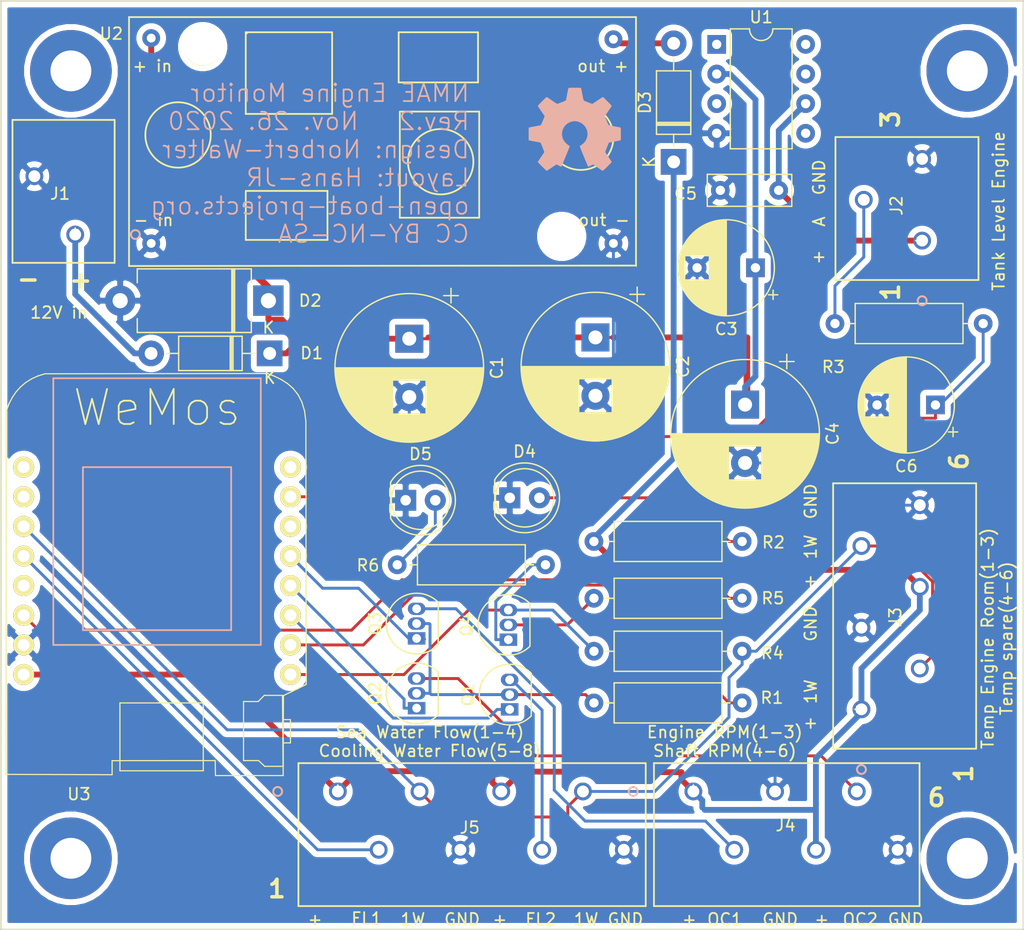
<source format=kicad_pcb>
(kicad_pcb (version 20171130) (host pcbnew "(5.1.5)-3")
  (layers (0 F.Cu signal) (31 B.Cu signal) (34 B.Paste user hide) (35 F.Paste user hide) (36 B.SilkS user) (37 F.SilkS user) (38 B.Mask user) (39 F.Mask user) (44 Edge.Cuts user))
  (net 0 "")
  (net 1 GND)
  (net 2 "Net-(C1-Pad1)")
  (net 3 +5F)
  (net 4 A0)
  (net 5 "Net-(D1-Pad2)")
  (net 6 "Net-(D3-Pad2)")
  (net 7 +5V)
  (net 8 "Net-(D4-Pad2)")
  (net 9 "Net-(D5-Pad2)")
  (net 10 A)
  (net 11 D1)
  (net 12 OC2)
  (net 13 OC1)
  (net 14 FLOW2)
  (net 15 D2)
  (net 16 D7)
  (net 17 "Net-(Q1-Pad2)")
  (net 18 D6)
  (net 19 D5)
  (net 20 "Net-(Q4-Pad1)")
  (net 21 +3V3)
  (net 22 "Net-(Q4-Pad2)")
  (net 23 D8)
  (net 24 D4)
  (module Logo:Logo (layer B.Cu) (at 139.1 61.2 180)
    (fp_text reference G*** hide)
    (fp_text value LOGO hide)
  )
  (module Package_DIP:DIP-8_W7.62mm (layer F.Cu) (at 151.28 53.84)
    (fp_text reference U1 (at 3.81 -2.33) (layer F.SilkS))
    (fp_text value REF02CP)
    (pad 1 thru_hole rect (at 0 0) (size 1.6 1.6) (drill 0.8) (layers *.Cu *.Mask))
    (pad 5 thru_hole oval (at 7.62 7.62) (size 1.6 1.6) (drill 0.8) (layers *.Cu *.Mask))
    (pad 2 thru_hole oval (at 0 2.54) (size 1.6 1.6) (drill 0.8) (layers *.Cu *.Mask) (net 2 "Net-(C1-Pad1)"))
    (pad 6 thru_hole oval (at 7.62 5.08) (size 1.6 1.6) (drill 0.8) (layers *.Cu *.Mask) (net 3 +5F))
    (pad 3 thru_hole oval (at 0 5.08) (size 1.6 1.6) (drill 0.8) (layers *.Cu *.Mask))
    (pad 7 thru_hole oval (at 7.62 2.54) (size 1.6 1.6) (drill 0.8) (layers *.Cu *.Mask))
    (pad 4 thru_hole oval (at 0 7.62) (size 1.6 1.6) (drill 0.8) (layers *.Cu *.Mask) (net 1 GND))
    (pad 8 thru_hole oval (at 7.62 0) (size 1.6 1.6) (drill 0.8) (layers *.Cu *.Mask))
  )
  (module wemos_d1_mini:D1_mini_board (layer F.Cu) (at 103.33 100.24)
    (fp_text reference U3 (at -6.69 17.87) (layer F.SilkS))
    (fp_text value WeMos_mini)
    (fp_text user WeMos (at 0 -15.24) (layer F.SilkS) (effects (font (size 3 3))))
    (pad 8 thru_hole circle (at -11.43 -10.16) (size 1.8 1.8) (drill 1.016) (layers *.Cu *.Mask F.SilkS))
    (pad 7 thru_hole circle (at -11.43 -7.62) (size 1.8 1.8) (drill 1.016) (layers *.Cu *.Mask F.SilkS))
    (pad 6 thru_hole circle (at -11.43 -5.08) (size 1.8 1.8) (drill 1.016) (layers *.Cu *.Mask F.SilkS) (net 11 D1))
    (pad 5 thru_hole circle (at -11.43 -2.54) (size 1.8 1.8) (drill 1.016) (layers *.Cu *.Mask F.SilkS) (net 15 D2))
    (pad 4 thru_hole circle (at -11.43 0) (size 1.8 1.8) (drill 1.016) (layers *.Cu *.Mask F.SilkS))
    (pad 3 thru_hole circle (at -11.43 2.54) (size 1.8 1.8) (drill 1.016) (layers *.Cu *.Mask F.SilkS) (net 24 D4))
    (pad 2 thru_hole circle (at -11.43 5.08) (size 1.8 1.8) (drill 1.016) (layers *.Cu *.Mask F.SilkS) (net 1 GND))
    (pad 1 thru_hole circle (at -11.43 7.62) (size 1.8 1.8) (drill 1.016) (layers *.Cu *.Mask F.SilkS) (net 7 +5V))
    (pad 16 thru_hole circle (at 11.43 7.62) (size 1.8 1.8) (drill 1.016) (layers *.Cu *.Mask F.SilkS) (net 21 +3V3))
    (pad 15 thru_hole circle (at 11.43 5.08) (size 1.8 1.8) (drill 1.016) (layers *.Cu *.Mask F.SilkS) (net 23 D8))
    (pad 14 thru_hole circle (at 11.43 2.54) (size 1.8 1.8) (drill 1.016) (layers *.Cu *.Mask F.SilkS) (net 16 D7))
    (pad 13 thru_hole circle (at 11.43 0) (size 1.8 1.8) (drill 1.016) (layers *.Cu *.Mask F.SilkS) (net 18 D6))
    (pad 12 thru_hole circle (at 11.43 -2.54) (size 1.8 1.8) (drill 1.016) (layers *.Cu *.Mask F.SilkS) (net 19 D5))
    (pad 11 thru_hole circle (at 11.43 -5.08) (size 1.8 1.8) (drill 1.016) (layers *.Cu *.Mask F.SilkS))
    (pad 10 thru_hole circle (at 11.43 -7.62) (size 1.8 1.8) (drill 1.016) (layers *.Cu *.Mask F.SilkS) (net 4 A0))
    (pad 9 thru_hole circle (at 11.43 -10.16) (size 1.8 1.8) (drill 1.016) (layers *.Cu *.Mask F.SilkS))
  )
  (module Diode_THT:D_DO-201_P12.70mm_Horizontal (layer F.Cu) (at 112.87 75.81 180)
    (fp_text reference D2 (at -3.58 0) (layer F.SilkS))
    (fp_text value 1N4728)
    (fp_text user K (at 0 -2.3) (layer F.SilkS))
    (pad 2 thru_hole oval (at 12.7 0 180) (size 2.6 2.6) (drill 1.3) (layers *.Cu *.Mask) (net 1 GND))
    (pad 1 thru_hole rect (at 0 0 180) (size 2.6 2.6) (drill 1.3) (layers *.Cu *.Mask) (net 2 "Net-(C1-Pad1)"))
  )
  (module Capacitor_THT:CP_Radial_D12.5mm_P5.00mm (layer F.Cu) (at 153.71 84.72 270)
    (fp_text reference C4 (at 2.5 -7.5 90) (layer F.SilkS))
    (fp_text value 2200µ)
    (pad 2 thru_hole circle (at 5 0 270) (size 2.4 2.4) (drill 1.2) (layers *.Cu *.Mask) (net 1 GND))
    (pad 1 thru_hole rect (at 0 0 270) (size 2.4 2.4) (drill 1.2) (layers *.Cu *.Mask) (net 2 "Net-(C1-Pad1)"))
  )
  (module Capacitor_THT:CP_Radial_D12.5mm_P5.00mm (layer F.Cu) (at 140.89 78.96 270)
    (fp_text reference C2 (at 2.5 -7.5 90) (layer F.SilkS))
    (fp_text value 2200µ)
    (pad 2 thru_hole circle (at 5 0 270) (size 2.4 2.4) (drill 1.2) (layers *.Cu *.Mask) (net 1 GND))
    (pad 1 thru_hole rect (at 0 0 270) (size 2.4 2.4) (drill 1.2) (layers *.Cu *.Mask) (net 2 "Net-(C1-Pad1)"))
  )
  (module Capacitor_THT:CP_Radial_D12.5mm_P5.00mm (layer F.Cu) (at 124.94 79.07 270)
    (fp_text reference C1 (at 2.5 -7.5 90) (layer F.SilkS))
    (fp_text value 2200µ)
    (pad 2 thru_hole circle (at 5 0 270) (size 2.4 2.4) (drill 1.2) (layers *.Cu *.Mask) (net 1 GND))
    (pad 1 thru_hole rect (at 0 0 270) (size 2.4 2.4) (drill 1.2) (layers *.Cu *.Mask) (net 2 "Net-(C1-Pad1)"))
  )
  (module Converter_DCDC:Converter_DCDC_LM2596S_Modul (layer F.Cu) (at 100.93 51.5)
    (fp_text reference U2 (at -1.52 1.42) (layer F.SilkS))
    (fp_text value "12V / 5V")
    (fp_text user "out -" (at 40.7 17.4) (layer F.SilkS))
    (fp_text user "out +" (at 40.6 4.2) (layer F.SilkS))
    (fp_text user "- in" (at 2.1 17.4) (layer F.SilkS))
    (fp_text user "+ in" (at 2 4.2) (layer F.SilkS))
    (pad 4 thru_hole circle (at 41.5 1.9) (size 1.524 1.524) (drill 0.762) (layers *.Cu *.Mask) (net 6 "Net-(D3-Pad2)"))
    (pad 3 thru_hole circle (at 41.5 19.4) (size 1.524 1.524) (drill 0.762) (layers *.Cu *.Mask) (net 1 GND))
    (pad 1 thru_hole circle (at 1.9 19.4) (size 1.524 1.524) (drill 0.762) (layers *.Cu *.Mask) (net 1 GND))
    (pad 2 thru_hole circle (at 1.9 1.8) (size 1.524 1.524) (drill 0.762) (layers *.Cu *.Mask) (net 2 "Net-(C1-Pad1)"))
  )
  (module Resistor_THT:R_Axial_DIN0309_L9.0mm_D3.2mm_P12.70mm_Horizontal (layer F.Cu) (at 123.91 98.45)
    (fp_text reference R6 (at -2.51 0.05) (layer F.SilkS))
    (fp_text value 80)
    (pad 2 thru_hole oval (at 12.7 0) (size 1.6 1.6) (drill 0.8) (layers *.Cu *.Mask) (net 20 "Net-(Q4-Pad1)"))
    (pad 1 thru_hole circle (at 0 0) (size 1.6 1.6) (drill 0.8) (layers *.Cu *.Mask) (net 9 "Net-(D5-Pad2)"))
  )
  (module Resistor_THT:R_Axial_DIN0309_L9.0mm_D3.2mm_P12.70mm_Horizontal (layer F.Cu) (at 140.76 101.32)
    (fp_text reference R5 (at 15.33 0) (layer F.SilkS))
    (fp_text value 10k)
    (pad 2 thru_hole oval (at 12.7 0) (size 1.6 1.6) (drill 0.8) (layers *.Cu *.Mask) (net 24 D4))
    (pad 1 thru_hole circle (at 0 0) (size 1.6 1.6) (drill 0.8) (layers *.Cu *.Mask) (net 22 "Net-(Q4-Pad2)"))
  )
  (module Resistor_THT:R_Axial_DIN0309_L9.0mm_D3.2mm_P12.70mm_Horizontal (layer F.Cu) (at 140.76 105.86)
    (fp_text reference R4 (at 15.29 0.17) (layer F.SilkS))
    (fp_text value 1k)
    (pad 2 thru_hole oval (at 12.7 0) (size 1.6 1.6) (drill 0.8) (layers *.Cu *.Mask) (net 11 D1))
    (pad 1 thru_hole circle (at 0 0) (size 1.6 1.6) (drill 0.8) (layers *.Cu *.Mask) (net 21 +3V3))
  )
  (module Resistor_THT:R_Axial_DIN0309_L9.0mm_D3.2mm_P12.70mm_Horizontal (layer F.Cu) (at 161.41 77.77)
    (fp_text reference R3 (at -0.14 3.72) (layer F.SilkS))
    (fp_text value 10k)
    (pad 2 thru_hole oval (at 12.7 0) (size 1.6 1.6) (drill 0.8) (layers *.Cu *.Mask) (net 4 A0))
    (pad 1 thru_hole circle (at 0 0) (size 1.6 1.6) (drill 0.8) (layers *.Cu *.Mask) (net 10 A))
  )
  (module Resistor_THT:R_Axial_DIN0309_L9.0mm_D3.2mm_P12.70mm_Horizontal (layer F.Cu) (at 140.76 96.45)
    (fp_text reference R2 (at 15.38 0.08) (layer F.SilkS))
    (fp_text value 160)
    (pad 2 thru_hole oval (at 12.7 0) (size 1.6 1.6) (drill 0.8) (layers *.Cu *.Mask) (net 8 "Net-(D4-Pad2)"))
    (pad 1 thru_hole circle (at 0 0) (size 1.6 1.6) (drill 0.8) (layers *.Cu *.Mask) (net 7 +5V))
  )
  (module Resistor_THT:R_Axial_DIN0309_L9.0mm_D3.2mm_P12.70mm_Horizontal (layer F.Cu) (at 140.76 110.29)
    (fp_text reference R1 (at 15.25 -0.44) (layer F.SilkS))
    (fp_text value 10k)
    (pad 2 thru_hole oval (at 12.7 0) (size 1.6 1.6) (drill 0.8) (layers *.Cu *.Mask) (net 23 D8))
    (pad 1 thru_hole circle (at 0 0) (size 1.6 1.6) (drill 0.8) (layers *.Cu *.Mask) (net 17 "Net-(Q1-Pad2)"))
  )
  (module Package_TO_SOT_THT:TO-92_Inline (layer F.Cu) (at 133.43 104.87 90)
    (fp_text reference Q4 (at 1.27 -3.56 90) (layer F.SilkS))
    (fp_text value BC557)
    (pad 1 thru_hole rect (at 0 0 90) (size 1.05 1.5) (drill 0.75) (layers *.Cu *.Mask) (net 20 "Net-(Q4-Pad1)"))
    (pad 3 thru_hole oval (at 2.54 0 90) (size 1.05 1.5) (drill 0.75) (layers *.Cu *.Mask) (net 21 +3V3))
    (pad 2 thru_hole oval (at 1.27 0 90) (size 1.05 1.5) (drill 0.75) (layers *.Cu *.Mask) (net 22 "Net-(Q4-Pad2)"))
  )
  (module Package_TO_SOT_THT:TO-92_Inline (layer F.Cu) (at 125.57 104.76 90)
    (fp_text reference Q3 (at 1.27 -3.56 90) (layer F.SilkS))
    (fp_text value BC237)
    (pad 1 thru_hole rect (at 0 0 90) (size 1.05 1.5) (drill 0.75) (layers *.Cu *.Mask) (net 19 D5))
    (pad 3 thru_hole oval (at 2.54 0 90) (size 1.05 1.5) (drill 0.75) (layers *.Cu *.Mask) (net 13 OC1))
    (pad 2 thru_hole oval (at 1.27 0 90) (size 1.05 1.5) (drill 0.75) (layers *.Cu *.Mask) (net 17 "Net-(Q1-Pad2)"))
  )
  (module Package_TO_SOT_THT:TO-92_Inline (layer F.Cu) (at 125.57 110.74 90)
    (fp_text reference Q2 (at 1.27 -3.56 90) (layer F.SilkS))
    (fp_text value BC237)
    (pad 1 thru_hole rect (at 0 0 90) (size 1.05 1.5) (drill 0.75) (layers *.Cu *.Mask) (net 18 D6))
    (pad 3 thru_hole oval (at 2.54 0 90) (size 1.05 1.5) (drill 0.75) (layers *.Cu *.Mask) (net 12 OC2))
    (pad 2 thru_hole oval (at 1.27 0 90) (size 1.05 1.5) (drill 0.75) (layers *.Cu *.Mask) (net 17 "Net-(Q1-Pad2)"))
  )
  (module Package_TO_SOT_THT:TO-92_Inline (layer F.Cu) (at 133.54 110.85 90)
    (fp_text reference Q1 (at 1.27 -3.56 90) (layer F.SilkS))
    (fp_text value BC237)
    (pad 1 thru_hole rect (at 0 0 90) (size 1.05 1.5) (drill 0.75) (layers *.Cu *.Mask) (net 16 D7))
    (pad 3 thru_hole oval (at 2.54 0 90) (size 1.05 1.5) (drill 0.75) (layers *.Cu *.Mask) (net 14 FLOW2))
    (pad 2 thru_hole oval (at 1.27 0 90) (size 1.05 1.5) (drill 0.75) (layers *.Cu *.Mask) (net 17 "Net-(Q1-Pad2)"))
  )
  (module LED_THT:LED_D5.0mm (layer F.Cu) (at 124.63 92.92)
    (fp_text reference D5 (at 1.27 -3.96) (layer F.SilkS))
    (fp_text value red)
    (pad 2 thru_hole circle (at 2.54 0) (size 1.8 1.8) (drill 0.9) (layers *.Cu *.Mask) (net 9 "Net-(D5-Pad2)"))
    (pad 1 thru_hole rect (at 0 0) (size 1.8 1.8) (drill 0.9) (layers *.Cu *.Mask) (net 1 GND))
  )
  (module LED_THT:LED_D5.0mm (layer F.Cu) (at 133.55 92.71)
    (fp_text reference D4 (at 1.27 -3.96) (layer F.SilkS))
    (fp_text value green)
    (pad 2 thru_hole circle (at 2.54 0) (size 1.8 1.8) (drill 0.9) (layers *.Cu *.Mask) (net 8 "Net-(D4-Pad2)"))
    (pad 1 thru_hole rect (at 0 0) (size 1.8 1.8) (drill 0.9) (layers *.Cu *.Mask) (net 1 GND))
  )
  (module Diode_THT:D_DO-41_SOD81_P10.16mm_Horizontal (layer F.Cu) (at 147.59 63.91 90)
    (fp_text reference D3 (at 5.08 -2.47 90) (layer F.SilkS))
    (fp_text value 1N4007)
    (fp_text user K (at 0 -2.1 90) (layer F.SilkS))
    (pad 2 thru_hole oval (at 10.16 0 90) (size 2.2 2.2) (drill 1.1) (layers *.Cu *.Mask) (net 6 "Net-(D3-Pad2)"))
    (pad 1 thru_hole rect (at 0 0 90) (size 2.2 2.2) (drill 1.1) (layers *.Cu *.Mask) (net 7 +5V))
  )
  (module Diode_THT:D_DO-41_SOD81_P10.16mm_Horizontal (layer F.Cu) (at 112.98 80.33 180)
    (fp_text reference D1 (at -3.6 0.02) (layer F.SilkS))
    (fp_text value 1N4007)
    (fp_text user K (at 0 -2.1) (layer F.SilkS))
    (pad 2 thru_hole oval (at 10.16 0 180) (size 2.2 2.2) (drill 1.1) (layers *.Cu *.Mask) (net 5 "Net-(D1-Pad2)"))
    (pad 1 thru_hole rect (at 0 0 180) (size 2.2 2.2) (drill 1.1) (layers *.Cu *.Mask) (net 2 "Net-(C1-Pad1)"))
  )
  (module Capacitor_THT:CP_Radial_D8.0mm_P5.00mm (layer F.Cu) (at 170.02 84.75 180)
    (fp_text reference C6 (at 2.5 -5.25) (layer F.SilkS))
    (fp_text value 220µ)
    (pad 2 thru_hole circle (at 5 0 180) (size 1.6 1.6) (drill 0.8) (layers *.Cu *.Mask) (net 1 GND))
    (pad 1 thru_hole rect (at 0 0 180) (size 1.6 1.6) (drill 0.8) (layers *.Cu *.Mask) (net 4 A0))
  )
  (module Capacitor_THT:C_Rect_L7.0mm_W2.5mm_P5.00mm (layer F.Cu) (at 156.59 66.35 180)
    (fp_text reference C5 (at 7.98 -0.29) (layer F.SilkS))
    (fp_text value 100nf)
    (pad 2 thru_hole circle (at 5 0 180) (size 1.6 1.6) (drill 0.8) (layers *.Cu *.Mask) (net 1 GND))
    (pad 1 thru_hole circle (at 0 0 180) (size 1.6 1.6) (drill 0.8) (layers *.Cu *.Mask) (net 3 +5F))
  )
  (module Capacitor_THT:CP_Radial_D8.0mm_P5.00mm (layer F.Cu) (at 154.6 72.99 180)
    (fp_text reference C3 (at 2.5 -5.25) (layer F.SilkS))
    (fp_text value 220µ)
    (pad 2 thru_hole circle (at 5 0 180) (size 1.6 1.6) (drill 0.8) (layers *.Cu *.Mask) (net 1 GND))
    (pad 1 thru_hole rect (at 0 0 180) (size 1.6 1.6) (drill 0.8) (layers *.Cu *.Mask) (net 2 "Net-(C1-Pad1)"))
  )
  (module MountingHole:MountingHole_3.2mm_M3 (layer F.Cu) (at 107.24 54.03)
    (fp_text reference H1 hide)
    (fp_text value MountingHole)
    (pad 1 np_thru_hole circle (at 0 0) (size 3.2 3.2) (drill 3.2) (layers *.Cu *.Mask))
  )
  (module MountingHole:MountingHole_3.2mm_M3 (layer F.Cu) (at 138 70.3)
    (fp_text reference H2 hide)
    (fp_text value MountingHole)
    (pad 1 np_thru_hole circle (at 0 0) (size 3.2 3.2) (drill 3.2) (layers *.Cu *.Mask))
  )
  (module MountingHole:MountingHole_3.5mm_Pad (layer F.Cu) (at 95.95 56.11)
    (fp_text reference H3 hide)
    (fp_text value MountingHole)
    (pad 1 thru_hole circle (at 0 0) (size 7 7) (drill 3.5) (layers *.Cu *.Mask))
  )
  (module MountingHole:MountingHole_3.5mm_Pad (layer F.Cu) (at 95.95 123.61)
    (fp_text reference H4 hide)
    (fp_text value MountingHole)
    (pad 1 thru_hole circle (at 0 0) (size 7 7) (drill 3.5) (layers *.Cu *.Mask))
  )
  (module MountingHole:MountingHole_3.5mm_Pad (layer F.Cu) (at 172.75 56.11)
    (fp_text reference H5 hide)
    (fp_text value MountingHole)
    (pad 1 thru_hole circle (at 0 0) (size 7 7) (drill 3.5) (layers *.Cu *.Mask))
  )
  (module MountingHole:MountingHole_3.5mm_Pad (layer F.Cu) (at 172.75 123.61)
    (fp_text reference H6 hide)
    (fp_text value MountingHole)
    (pad 1 thru_hole circle (at 0 0) (size 7 7) (drill 3.5) (layers *.Cu *.Mask))
  )
  (module Connector_Wago250:250-202 (layer F.Cu) (at 96.32 70.14 180)
    (fp_text reference J1 (at 1.3 3.5) (layer F.SilkS))
    (fp_text value "12V in" (at 1.4 -6.69) (layer F.SilkS))
    (fp_text user * (at 0 0) (layer F.SilkS))
    (pad 1 thru_hole circle (at -0.000001 0 180) (size 1.524 1.524) (drill 1.016) (layers *.Cu *.Mask) (net 5 "Net-(D1-Pad2)"))
    (pad 2 thru_hole circle (at 3.500002 5 180) (size 1.524 1.524) (drill 1.016) (layers *.Cu *.Mask) (net 1 GND))
  )
  (module Connector_Wago250:250-203 (layer F.Cu) (at 168.88 70.66 90)
    (fp_text reference J2 (at 3 -2.2 90) (layer F.SilkS))
    (fp_text value "Tank Level Engine" (at 2.53 6.55 90) (layer F.SilkS))
    (fp_text user * (at 0 0 90) (layer F.SilkS))
    (pad 1 thru_hole circle (at 0 0 90) (size 1.524 1.524) (drill 1.016) (layers *.Cu *.Mask) (net 3 +5F))
    (pad 2 thru_hole circle (at 3.500001 -5 90) (size 1.524 1.524) (drill 1.016) (layers *.Cu *.Mask) (net 10 A))
    (pad 3 thru_hole circle (at 7.000001 0 90) (size 1.524 1.524) (drill 1.016) (layers *.Cu *.Mask) (net 1 GND))
  )
  (module Connector_Wago250:250-206 (layer F.Cu) (at 163.68 110.84 90)
    (fp_text reference J3 (at 7.9 2.9 90) (layer F.SilkS))
    (fp_text value "Temp Engine Room (1-3) Temp Spare (4-6)" hide)
    (fp_text user * (at 0 0 90) (layer F.SilkS))
    (pad 1 thru_hole circle (at 0 0 90) (size 1.524 1.524) (drill 1.016) (layers *.Cu *.Mask) (net 7 +5V))
    (pad 2 thru_hole circle (at 3.500003 5 90) (size 1.524 1.524) (drill 1.016) (layers *.Cu *.Mask) (net 11 D1))
    (pad 3 thru_hole circle (at 7.000003 0 90) (size 1.524 1.524) (drill 1.016) (layers *.Cu *.Mask) (net 1 GND))
    (pad 4 thru_hole circle (at 10.500004 5 90) (size 1.524 1.524) (drill 1.016) (layers *.Cu *.Mask) (net 7 +5V))
    (pad 5 thru_hole circle (at 14.000005 0 90) (size 1.524 1.524) (drill 1.016) (layers *.Cu *.Mask) (net 11 D1))
    (pad 6 thru_hole circle (at 17.500005 5 90) (size 1.524 1.524) (drill 1.016) (layers *.Cu *.Mask) (net 1 GND))
  )
  (module Connector_Wago250:250-206 (layer F.Cu) (at 149.28 117.88)
    (fp_text reference J4 (at 7.9 2.9) (layer F.SilkS))
    (fp_text value "Engine RPM (1-3) Shaft RPM (4-6)" hide)
    (fp_text user * (at 0 0) (layer F.SilkS))
    (pad 6 thru_hole circle (at 17.500005 5) (size 1.524 1.524) (drill 1.016) (layers *.Cu *.Mask) (net 1 GND))
    (pad 5 thru_hole circle (at 14.000005 0) (size 1.524 1.524) (drill 1.016) (layers *.Cu *.Mask) (net 12 OC2))
    (pad 4 thru_hole circle (at 10.500004 5) (size 1.524 1.524) (drill 1.016) (layers *.Cu *.Mask) (net 7 +5V))
    (pad 3 thru_hole circle (at 7.000003 0) (size 1.524 1.524) (drill 1.016) (layers *.Cu *.Mask) (net 1 GND))
    (pad 2 thru_hole circle (at 3.500003 5) (size 1.524 1.524) (drill 1.016) (layers *.Cu *.Mask) (net 13 OC1))
    (pad 1 thru_hole circle (at 0 0) (size 1.524 1.524) (drill 1.016) (layers *.Cu *.Mask) (net 7 +5V))
  )
  (module Connector_Wago250:250-208 (layer F.Cu) (at 118.82 117.88)
    (fp_text reference J5 (at 11.3 3.1) (layer F.SilkS))
    (fp_text value "Sea Water Flow (1-4) Cooling Water Flow (5-8)" hide)
    (fp_text user * (at 0 0) (layer F.SilkS))
    (pad 1 thru_hole circle (at 0 0) (size 1.524 1.524) (drill 1.016) (layers *.Cu *.Mask) (net 7 +5V))
    (pad 2 thru_hole circle (at 3.500001 5) (size 1.524 1.524) (drill 1.016) (layers *.Cu *.Mask) (net 15 D2))
    (pad 3 thru_hole circle (at 7.000002 0) (size 1.524 1.524) (drill 1.016) (layers *.Cu *.Mask) (net 11 D1))
    (pad 4 thru_hole circle (at 10.500002 5) (size 1.524 1.524) (drill 1.016) (layers *.Cu *.Mask) (net 1 GND))
    (pad 5 thru_hole circle (at 14.000003 0) (size 1.524 1.524) (drill 1.016) (layers *.Cu *.Mask) (net 7 +5V))
    (pad 6 thru_hole circle (at 17.500003 5) (size 1.524 1.524) (drill 1.016) (layers *.Cu *.Mask) (net 14 FLOW2))
    (pad 7 thru_hole circle (at 21.000004 0) (size 1.524 1.524) (drill 1.016) (layers *.Cu *.Mask) (net 11 D1))
    (pad 8 thru_hole circle (at 24.500005 5) (size 1.524 1.524) (drill 1.016) (layers *.Cu *.Mask) (net 1 GND))
  )
  (gr_line (start 89.95 50.11) (end 177.55 50.11) (layer Edge.Cuts) (width 0.1))
  (gr_line (start 89.95 50.11) (end 177.55 50.11) (layer F.SilkS) (width 0.15))
  (gr_line (start 177.55 50.11) (end 177.55 129.71) (layer Edge.Cuts) (width 0.1))
  (gr_line (start 177.55 50.11) (end 177.55 129.71) (layer F.SilkS) (width 0.15))
  (gr_line (start 177.55 129.71) (end 89.95 129.71) (layer F.SilkS) (width 0.15))
  (gr_line (start 89.95 129.71) (end 89.95 50.11) (layer F.SilkS) (width 0.15))
  (gr_line (start 177.55 129.71) (end 89.95 129.71) (layer Edge.Cuts) (width 0.1))
  (gr_line (start 89.95 129.71) (end 89.95 50.11) (layer Edge.Cuts) (width 0.1))
  (gr_text "NMAE Engine Monitor \nRev.2   Nov. 26. 2020\nDesign: Norbert-Walter\nLayout: Hans-JR\nopen-boat-projects.org\nCC BY-NC-SA" (at 130.2 64.05) (layer B.SilkS) (effects (font (size 1.5 1.5)) (justify left mirror)))
  (gr_text A (at 160.05 69.03 90) (layer F.SilkS) (effects (font (size 1 1))))
  (gr_text 1W (at 159.33 96.91 90) (layer F.SilkS) (effects (font (size 1 1))))
  (gr_text 1W (at 159.33 109.32 90) (layer F.SilkS) (effects (font (size 1 1))))
  (gr_text OC2 (at 163.58 128.84) (layer F.SilkS) (effects (font (size 1 1))))
  (gr_text OC1 (at 151.97 128.84) (layer F.SilkS) (effects (font (size 1 1))))
  (gr_text 1W (at 140.09 128.84) (layer F.SilkS) (effects (font (size 1 1))))
  (gr_text 1W (at 125.25 128.84) (layer F.SilkS) (effects (font (size 1 1))))
  (gr_text FL2 (at 136.2 128.84) (layer F.SilkS) (effects (font (size 1 1))))
  (gr_text FL1 (at 121.29 128.77) (layer F.SilkS) (effects (font (size 1 1))))
  (gr_text GND (at 159.33 93.02 90) (layer F.SilkS) (effects (font (size 1 1))))
  (gr_text GND (at 159.33 103.51 90) (layer F.SilkS) (effects (font (size 1 1))))
  (gr_text GND (at 160.05 65.24 90) (layer F.SilkS) (effects (font (size 1 1))))
  (gr_text GND (at 167.47 128.84) (layer F.SilkS) (effects (font (size 1 1))))
  (gr_text GND (at 156.72 128.84) (layer F.SilkS) (effects (font (size 1 1))))
  (gr_text GND (at 143.46 128.84) (layer F.SilkS) (effects (font (size 1 1))))
  (gr_text GND (at 129.47 128.84) (layer F.SilkS) (effects (font (size 1 1))))
  (gr_text + (at 160.05 72.01) (layer F.SilkS) (effects (font (size 1 1))))
  (gr_text + (at 159.33 99.81) (layer F.SilkS) (effects (font (size 1 1))))
  (gr_text + (at 159.33 111.98) (layer F.SilkS) (effects (font (size 1 1))))
  (gr_text + (at 160.28 128.84) (layer F.SilkS) (effects (font (size 1 1))))
  (gr_text + (at 148.93 128.84) (layer F.SilkS) (effects (font (size 1 1))))
  (gr_text + (at 132.7 128.84) (layer F.SilkS) (effects (font (size 1 1))))
  (gr_text + (at 116.87 128.84) (layer F.SilkS) (effects (font (size 1 1))))
  (gr_text "Temp Engine Room(1-3)\nTemp spare(4-6)" (at 175.3 104.76 90) (layer F.SilkS) (effects (font (size 1 1))))
  (gr_text "Engine RPM(1-3)\nShaft RPM(4-6)" (at 151.97 113.6) (layer F.SilkS) (effects (font (size 1 1))))
  (gr_text "Sea Water Flow(1-4)\nCooling Water Flow(5-8)" (at 126.7 113.6) (layer F.SilkS) (effects (font (size 1 1))))
  (gr_text 3 (at 166.17 60.26 90) (layer F.SilkS) (effects (font (size 1.5 1.5) (thickness 0.3))))
  (gr_text 1 (at 166.17 75.08 90) (layer F.SilkS) (effects (font (size 1.5 1.5) (thickness 0.3))))
  (gr_text 6 (at 172.05 89.58 90) (layer F.SilkS) (effects (font (size 1.5 1.5) (thickness 0.3))))
  (gr_text 1 (at 172.44 116.35 90) (layer F.SilkS) (effects (font (size 1.5 1.5) (thickness 0.3))))
  (gr_text 6 (at 170.11 118.41) (layer F.SilkS) (effects (font (size 1.5 1.5) (thickness 0.3))))
  (gr_text 1 (at 113.6 126.23) (layer F.SilkS) (effects (font (size 1.5 1.5) (thickness 0.3))))
  (gr_text - (at 92.3 73.93) (layer F.SilkS) (effects (font (size 1.5 1.5) (thickness 0.3))))
  (gr_text + (at 96.8 74.02) (layer F.SilkS) (effects (font (size 1.5 1.5) (thickness 0.3))))
  (segment (start 124.8361 83.9661) (end 124.94 84.07) (width 0.25) (layer F.Cu) (net 1))
  (segment (start 156.28 117.88) (end 156.28 111.24) (width 0.25) (layer B.Cu) (net 1))
  (segment (start 156.28 111.24) (end 163.68 103.84) (width 0.25) (layer B.Cu) (net 1))
  (segment (start 166.6012 93.34) (end 166.6012 100.9188) (width 0.25) (layer B.Cu) (net 1))
  (segment (start 166.6012 100.9188) (end 163.68 103.84) (width 0.25) (layer B.Cu) (net 1))
  (segment (start 165.02 91.7588) (end 166.6012 93.34) (width 0.25) (layer B.Cu) (net 1))
  (segment (start 168.68 93.34) (end 166.6012 93.34) (width 0.25) (layer B.Cu) (net 1))
  (segment (start 102.83 71.005) (end 102.83 71.11) (width 0.25) (layer F.Cu) (net 1))
  (segment (start 102.83 71.11) (end 102.71 71.23) (width 0.25) (layer F.Cu) (net 1))
  (segment (start 102.83 70.9) (end 102.83 71.005) (width 0.25) (layer F.Cu) (net 1))
  (segment (start 124.94 91.2041) (end 124.94 84.07) (width 0.25) (layer B.Cu) (net 1))
  (segment (start 124.63 92.92) (end 124.63 91.6947) (width 0.25) (layer B.Cu) (net 1))
  (segment (start 124.63 91.6947) (end 124.94 91.3847) (width 0.25) (layer B.Cu) (net 1))
  (segment (start 124.94 91.3847) (end 124.94 91.2041) (width 0.25) (layer B.Cu) (net 1))
  (segment (start 140.89 83.96) (end 133.55 91.3) (width 0.25) (layer B.Cu) (net 1))
  (segment (start 133.55 91.3) (end 133.55 92.71) (width 0.25) (layer B.Cu) (net 1))
  (segment (start 142.43 70.9) (end 142.43 82.42) (width 0.25) (layer B.Cu) (net 1))
  (segment (start 142.43 82.42) (end 140.89 83.96) (width 0.25) (layer B.Cu) (net 1))
  (segment (start 149.6 72.99) (end 149.6 85.61) (width 0.25) (layer B.Cu) (net 1))
  (segment (start 149.6 85.61) (end 153.71 89.72) (width 0.25) (layer B.Cu) (net 1))
  (segment (start 100.17 75.81) (end 101.296 75.81) (width 0.25) (layer B.Cu) (net 1))
  (segment (start 124.94 91.2041) (end 130.819 91.2041) (width 0.25) (layer B.Cu) (net 1))
  (segment (start 130.819 91.2041) (end 132.325 92.71) (width 0.25) (layer B.Cu) (net 1))
  (segment (start 132.325 92.71) (end 133.55 92.71) (width 0.25) (layer B.Cu) (net 1))
  (segment (start 164.85 89.72) (end 164.98 89.85) (width 0.25) (layer B.Cu) (net 1))
  (segment (start 153.71 89.72) (end 164.85 89.72) (width 0.25) (layer B.Cu) (net 1))
  (segment (start 165.02 84.75) (end 164.98 89.85) (width 0.25) (layer B.Cu) (net 1))
  (segment (start 164.98 89.85) (end 165.02 91.7588) (width 0.25) (layer B.Cu) (net 1))
  (segment (start 112.87 75.81) (end 112.87 77.4353) (width 0.5) (layer F.Cu) (net 2))
  (segment (start 115.665 79.07) (end 114.0303 77.4353) (width 0.5) (layer F.Cu) (net 2))
  (segment (start 114.0303 77.4353) (end 112.87 77.4353) (width 0.5) (layer F.Cu) (net 2))
  (segment (start 115.665 79.07) (end 114.4053 80.3297) (width 0.5) (layer F.Cu) (net 2))
  (segment (start 114.4053 80.3297) (end 114.4053 80.33) (width 0.25) (layer F.Cu) (net 2))
  (segment (start 112.98 80.33) (end 114.4053 80.33) (width 0.5) (layer F.Cu) (net 2))
  (segment (start 124.94 79.07) (end 115.665 79.07) (width 0.5) (layer F.Cu) (net 2))
  (segment (start 151.28 56.38) (end 152.411 56.38) (width 0.5) (layer B.Cu) (net 2))
  (segment (start 152.411 56.38) (end 154.6 58.5686) (width 0.5) (layer B.Cu) (net 2))
  (segment (start 154.6 58.5686) (end 154.6 72.99) (width 0.5) (layer B.Cu) (net 2))
  (segment (start 140.89 78.96) (end 142.415 78.96) (width 0.25) (layer F.Cu) (net 2))
  (segment (start 112.87 75.81) (end 112.87 74.6847) (width 0.25) (layer F.Cu) (net 2))
  (segment (start 112.87 74.6847) (end 102.83 64.6447) (width 0.6) (layer F.Cu) (net 2))
  (segment (start 102.83 64.6447) (end 102.83 53.3) (width 0.5) (layer F.Cu) (net 2))
  (segment (start 140.89 78.96) (end 126.575 78.96) (width 0.5) (layer F.Cu) (net 2))
  (segment (start 126.575 78.96) (end 126.465 79.07) (width 0.25) (layer F.Cu) (net 2))
  (segment (start 126.465 79.07) (end 124.94 79.07) (width 0.25) (layer F.Cu) (net 2))
  (segment (start 112.87 80.22) (end 112.98 80.33) (width 0.25) (layer B.Cu) (net 2))
  (segment (start 153.9 82.1323) (end 153.71 82.3223) (width 0.25) (layer F.Cu) (net 2))
  (segment (start 153.71 82.3223) (end 153.71 84.72) (width 0.25) (layer F.Cu) (net 2))
  (segment (start 154.6 72.99) (end 154.6 82.3047) (width 0.5) (layer B.Cu) (net 2))
  (segment (start 154.6 82.3047) (end 153.71 83.1947) (width 0.5) (layer B.Cu) (net 2))
  (segment (start 153.71 83.1947) (end 153.71 84.72) (width 0.5) (layer B.Cu) (net 2))
  (segment (start 153.9 85.3047) (end 153.9 82.1323) (width 0.5) (layer F.Cu) (net 2))
  (segment (start 153.9 82.1323) (end 153.9 78.96) (width 0.5) (layer F.Cu) (net 2))
  (segment (start 153.9 78.96) (end 142.415 78.96) (width 0.5) (layer F.Cu) (net 2))
  (segment (start 156.6 65.2086) (end 156.6 61.22) (width 0.5) (layer B.Cu) (net 3))
  (segment (start 156.6 61.22) (end 158.9 58.92) (width 0.5) (layer B.Cu) (net 3))
  (segment (start 156.59 66.35) (end 156.59 65.2186) (width 0.5) (layer B.Cu) (net 3))
  (segment (start 156.59 65.2186) (end 156.6 65.2086) (width 0.25) (layer B.Cu) (net 3))
  (segment (start 168.88 70.66) (end 160.9 70.66) (width 0.5) (layer F.Cu) (net 3))
  (segment (start 160.9 70.66) (end 156.59 66.35) (width 0.5) (layer F.Cu) (net 3))
  (segment (start 170.2024 84.9323) (end 172.94 82.1947) (width 0.25) (layer B.Cu) (net 4))
  (segment (start 170.02 84.75) (end 170.0201 84.75) (width 0.25) (layer B.Cu) (net 4))
  (segment (start 170.0201 84.75) (end 170.2024 84.9323) (width 0.25) (layer B.Cu) (net 4))
  (segment (start 127.2525 87.4575) (end 122.09 92.62) (width 0.25) (layer F.Cu) (net 4))
  (segment (start 122.09 92.62) (end 114.76 92.62) (width 0.25) (layer F.Cu) (net 4))
  (segment (start 172.94 82.1947) (end 174.11 81.0247) (width 0.25) (layer B.Cu) (net 4))
  (segment (start 174.11 81.0247) (end 174.11 77.77) (width 0.25) (layer B.Cu) (net 4))
  (segment (start 170.0102 85.8851) (end 170.02 85.8753) (width 0.25) (layer F.Cu) (net 4))
  (segment (start 170.02 85.8753) (end 170.02 84.75) (width 0.25) (layer F.Cu) (net 4))
  (segment (start 155.566 85.8851) (end 170.0102 85.8851) (width 0.25) (layer F.Cu) (net 4))
  (segment (start 127.2525 87.4575) (end 153.994 87.4575) (width 0.25) (layer F.Cu) (net 4))
  (segment (start 153.994 87.4575) (end 155.566 85.8851) (width 0.25) (layer F.Cu) (net 4))
  (segment (start 102.82 80.33) (end 101.3947 80.33) (width 0.5) (layer B.Cu) (net 5))
  (segment (start 96.32 70.14) (end 96.32 75.2553) (width 0.5) (layer B.Cu) (net 5))
  (segment (start 96.32 75.2553) (end 101.3947 80.33) (width 0.5) (layer B.Cu) (net 5))
  (segment (start 147.59 53.75) (end 142.78 53.75) (width 0.5) (layer F.Cu) (net 6))
  (segment (start 142.78 53.75) (end 142.43 53.4) (width 0.25) (layer F.Cu) (net 6))
  (segment (start 159.78 118.9723) (end 159.78 122.88) (width 0.5) (layer B.Cu) (net 7))
  (segment (start 163.68 111.13) (end 159.78 115.03) (width 0.5) (layer B.Cu) (net 7))
  (segment (start 159.78 115.03) (end 159.78 118.9723) (width 0.5) (layer B.Cu) (net 7))
  (segment (start 150.25 119.46) (end 159.6577 119.46) (width 0.5) (layer B.Cu) (net 7))
  (segment (start 163.68 111.13) (end 163.68 110.84) (width 0.25) (layer B.Cu) (net 7))
  (segment (start 118.82 117.88) (end 108.8 107.86) (width 0.5) (layer F.Cu) (net 7))
  (segment (start 108.8 107.86) (end 91.9 107.86) (width 0.5) (layer F.Cu) (net 7))
  (segment (start 147.59 89.3109) (end 140.76 96.1409) (width 0.5) (layer B.Cu) (net 7))
  (segment (start 140.76 96.1409) (end 140.76 96.27) (width 0.25) (layer B.Cu) (net 7))
  (segment (start 147.59 63.91) (end 147.59 89.3109) (width 0.5) (layer B.Cu) (net 7))
  (segment (start 140.76 96.45) (end 143.195 98.885) (width 0.5) (layer F.Cu) (net 7))
  (segment (start 143.195 98.885) (end 167.225 98.885) (width 0.5) (layer F.Cu) (net 7))
  (segment (start 167.225 98.885) (end 168.68 100.34) (width 0.5) (layer F.Cu) (net 7))
  (segment (start 163.68 110.84) (end 163.68 107.34) (width 0.5) (layer B.Cu) (net 7))
  (segment (start 163.68 107.34) (end 168.68 102.34) (width 0.5) (layer B.Cu) (net 7))
  (segment (start 168.68 102.34) (end 168.68 100.34) (width 0.5) (layer B.Cu) (net 7))
  (segment (start 140.76 96.27) (end 140.76 96.45) (width 0.25) (layer B.Cu) (net 7))
  (segment (start 118.82 117.88) (end 119.85 116.85) (width 0.5) (layer F.Cu) (net 7))
  (segment (start 119.85 116.85) (end 119.85 116.13) (width 0.5) (layer F.Cu) (net 7))
  (segment (start 119.9108 116.17) (end 119.85 116.13) (width 0.5) (layer F.Cu) (net 7))
  (segment (start 119.85 116.13) (end 131.7292 116.17) (width 0.5) (layer F.Cu) (net 7))
  (segment (start 132.058004 116.498804) (end 131.7292 116.17) (width 0.5) (layer F.Cu) (net 7))
  (segment (start 132.058004 117.118001) (end 132.058004 116.498804) (width 0.5) (layer F.Cu) (net 7))
  (segment (start 132.820003 117.88) (end 132.058004 117.118001) (width 0.5) (layer F.Cu) (net 7))
  (segment (start 133.78 116.920003) (end 133.78 116.17) (width 0.5) (layer F.Cu) (net 7))
  (segment (start 132.820003 117.88) (end 133.78 116.920003) (width 0.5) (layer F.Cu) (net 7))
  (segment (start 148.2552 116.23) (end 133.78 116.17) (width 0.5) (layer F.Cu) (net 7))
  (segment (start 133.78 116.17) (end 133.97 116.23) (width 0.5) (layer F.Cu) (net 7))
  (segment (start 148.2552 116.8552) (end 148.2552 116.23) (width 0.5) (layer F.Cu) (net 7))
  (segment (start 149.28 117.88) (end 148.2552 116.8552) (width 0.5) (layer F.Cu) (net 7))
  (segment (start 150.041999 119.251999) (end 150.25 119.46) (width 0.25) (layer B.Cu) (net 7))
  (segment (start 150.041999 118.641999) (end 150.041999 119.251999) (width 0.5) (layer B.Cu) (net 7))
  (segment (start 149.28 117.88) (end 150.041999 118.641999) (width 0.5) (layer B.Cu) (net 7))
  (segment (start 136.09 92.71) (end 148.595 92.71) (width 0.25) (layer F.Cu) (net 8))
  (segment (start 148.595 92.71) (end 152.335 96.45) (width 0.25) (layer F.Cu) (net 8))
  (segment (start 152.335 96.45) (end 153.46 96.45) (width 0.25) (layer F.Cu) (net 8))
  (segment (start 127.17 92.92) (end 127.17 95.19) (width 0.25) (layer B.Cu) (net 9))
  (segment (start 127.17 95.19) (end 123.91 98.45) (width 0.25) (layer B.Cu) (net 9))
  (segment (start 163.88 72.075) (end 161.41 74.545) (width 0.25) (layer B.Cu) (net 10))
  (segment (start 161.41 74.545) (end 161.41 77.77) (width 0.25) (layer B.Cu) (net 10))
  (segment (start 163.88 68.16) (end 163.88 72.075) (width 0.25) (layer B.Cu) (net 10))
  (segment (start 163.88 68.16) (end 163.88 67.16) (width 0.25) (layer B.Cu) (net 10))
  (segment (start 163.68 96.84) (end 166.7217 96.84) (width 0.25) (layer F.Cu) (net 11))
  (segment (start 166.7217 96.84) (end 169.7734 99.8917) (width 0.25) (layer F.Cu) (net 11))
  (segment (start 169.7734 99.8917) (end 169.7734 106.2466) (width 0.25) (layer F.Cu) (net 11))
  (segment (start 169.7734 106.2466) (end 168.68 107.34) (width 0.25) (layer F.Cu) (net 11))
  (segment (start 138.52 120.07) (end 126.7144 120.07) (width 0.25) (layer F.Cu) (net 11))
  (segment (start 125.82 117.88) (end 120.5373 112.5973) (width 0.25) (layer B.Cu) (net 11))
  (segment (start 120.5373 112.5973) (end 109.3373 112.5973) (width 0.25) (layer B.Cu) (net 11))
  (segment (start 109.3373 112.5973) (end 91.9 95.16) (width 0.25) (layer B.Cu) (net 11))
  (segment (start 163.68 96.84) (end 154.66 105.86) (width 0.25) (layer B.Cu) (net 11))
  (segment (start 154.66 105.86) (end 153.46 105.86) (width 0.25) (layer B.Cu) (net 11))
  (segment (start 139.82 117.88) (end 145.971 117.88) (width 0.25) (layer B.Cu) (net 11))
  (segment (start 145.971 117.88) (end 152.335 111.516) (width 0.25) (layer B.Cu) (net 11))
  (segment (start 153.46 105.86) (end 153.46 106.985) (width 0.25) (layer B.Cu) (net 11))
  (segment (start 153.46 106.985) (end 152.335 108.111) (width 0.25) (layer B.Cu) (net 11))
  (segment (start 152.335 108.111) (end 152.335 111.516) (width 0.25) (layer B.Cu) (net 11))
  (segment (start 138.52 119.180004) (end 139.820004 117.88) (width 0.25) (layer F.Cu) (net 11))
  (segment (start 138.52 120.07) (end 138.52 119.180004) (width 0.25) (layer F.Cu) (net 11))
  (segment (start 126.7144 118.774398) (end 125.820002 117.88) (width 0.25) (layer F.Cu) (net 11))
  (segment (start 126.7144 120.07) (end 126.7144 118.774398) (width 0.25) (layer F.Cu) (net 11))
  (segment (start 163.28 117.88) (end 160.2269 114.8269) (width 0.25) (layer F.Cu) (net 12))
  (segment (start 160.2269 114.8269) (end 135.7492 114.8269) (width 0.25) (layer F.Cu) (net 12))
  (segment (start 135.7492 114.8269) (end 129.1223 108.2) (width 0.25) (layer F.Cu) (net 12))
  (segment (start 129.1223 108.2) (end 125.57 108.2) (width 0.25) (layer F.Cu) (net 12))
  (segment (start 150.320003 120.42) (end 152.780003 122.88) (width 0.25) (layer B.Cu) (net 13))
  (segment (start 128.942 102.22) (end 137.3616 110.6396) (width 0.25) (layer B.Cu) (net 13))
  (segment (start 137.3616 110.6396) (end 137.3616 117.7716) (width 0.25) (layer B.Cu) (net 13))
  (segment (start 137.3616 117.7716) (end 140.01 120.42) (width 0.25) (layer B.Cu) (net 13))
  (segment (start 125.57 102.22) (end 128.942 102.22) (width 0.25) (layer B.Cu) (net 13))
  (segment (start 140.01 120.42) (end 150.320003 120.42) (width 0.25) (layer B.Cu) (net 13))
  (segment (start 133.715 108.31) (end 136.32 110.915) (width 0.25) (layer B.Cu) (net 14))
  (segment (start 136.32 110.915) (end 136.32 122.88) (width 0.25) (layer B.Cu) (net 14))
  (segment (start 133.715 108.31) (end 133.54 108.31) (width 0.25) (layer B.Cu) (net 14))
  (segment (start 91.9 97.7) (end 117.08 122.88) (width 0.25) (layer B.Cu) (net 15))
  (segment (start 117.08 122.88) (end 122.32 122.88) (width 0.25) (layer B.Cu) (net 15))
  (segment (start 133.54 110.85) (end 132.4647 110.85) (width 0.25) (layer B.Cu) (net 16))
  (segment (start 132.4647 110.85) (end 131.7243 111.5904) (width 0.25) (layer B.Cu) (net 16))
  (segment (start 131.7243 111.5904) (end 123.5704 111.5904) (width 0.25) (layer B.Cu) (net 16))
  (segment (start 123.5704 111.5904) (end 114.76 102.78) (width 0.25) (layer B.Cu) (net 16))
  (segment (start 133.54 109.58) (end 126.828 109.58) (width 0.25) (layer B.Cu) (net 17))
  (segment (start 126.828 109.58) (end 126.718 109.47) (width 0.25) (layer B.Cu) (net 17))
  (segment (start 133.54 109.58) (end 140.05 109.58) (width 0.25) (layer F.Cu) (net 17))
  (segment (start 140.05 109.58) (end 140.76 110.29) (width 0.25) (layer F.Cu) (net 17))
  (segment (start 125.57 109.47) (end 126.718 109.47) (width 0.25) (layer B.Cu) (net 17))
  (segment (start 125.57 103.49) (end 126.645 103.49) (width 0.25) (layer B.Cu) (net 17))
  (segment (start 126.645 103.49) (end 126.718 103.562) (width 0.25) (layer B.Cu) (net 17))
  (segment (start 126.718 103.562) (end 126.718 109.47) (width 0.25) (layer B.Cu) (net 17))
  (segment (start 125.57 110.74) (end 124.4947 110.74) (width 0.25) (layer B.Cu) (net 18))
  (segment (start 124.4947 110.74) (end 124.4947 109.9747) (width 0.25) (layer B.Cu) (net 18))
  (segment (start 124.4947 109.9747) (end 114.76 100.24) (width 0.25) (layer B.Cu) (net 18))
  (segment (start 125.07 104.935) (end 120.5924 100.4574) (width 0.25) (layer B.Cu) (net 19))
  (segment (start 120.5924 100.4574) (end 117.5174 100.4574) (width 0.25) (layer B.Cu) (net 19))
  (segment (start 117.5174 100.4574) (end 114.76 97.7) (width 0.25) (layer B.Cu) (net 19))
  (segment (start 125.64 104.83) (end 126.25 104.83) (width 0.25) (layer B.Cu) (net 19))
  (segment (start 125.64 104.83) (end 125.57 104.76) (width 0.25) (layer B.Cu) (net 19))
  (segment (start 124.965 105.04) (end 125.07 104.935) (width 0.25) (layer B.Cu) (net 19))
  (segment (start 125.07 104.935) (end 125.175 104.83) (width 0.25) (layer B.Cu) (net 19))
  (segment (start 125.175 104.83) (end 125.64 104.83) (width 0.25) (layer B.Cu) (net 19))
  (segment (start 133.43 104.87) (end 132.355 104.87) (width 0.25) (layer B.Cu) (net 20))
  (segment (start 132.355 104.87) (end 132.355 101.58) (width 0.25) (layer B.Cu) (net 20))
  (segment (start 132.355 101.58) (end 135.485 98.45) (width 0.25) (layer B.Cu) (net 20))
  (segment (start 135.485 98.45) (end 136.61 98.45) (width 0.25) (layer B.Cu) (net 20))
  (segment (start 133.43 102.33) (end 130.0123 102.33) (width 0.25) (layer F.Cu) (net 21))
  (segment (start 130.0123 102.33) (end 124.4823 107.86) (width 0.25) (layer F.Cu) (net 21))
  (segment (start 124.4823 107.86) (end 114.76 107.86) (width 0.25) (layer F.Cu) (net 21))
  (segment (start 133.43 102.33) (end 137.23 102.33) (width 0.25) (layer B.Cu) (net 21))
  (segment (start 137.23 102.33) (end 140.76 105.86) (width 0.25) (layer B.Cu) (net 21))
  (segment (start 133.43 103.6) (end 138.48 103.6) (width 0.25) (layer F.Cu) (net 22))
  (segment (start 138.48 103.6) (end 140.76 101.32) (width 0.25) (layer F.Cu) (net 22))
  (segment (start 132.154 100.188) (end 126.1368 100.188) (width 0.25) (layer F.Cu) (net 23))
  (segment (start 126.1368 100.188) (end 121.0048 105.32) (width 0.25) (layer F.Cu) (net 23))
  (segment (start 121.0048 105.32) (end 114.76 105.32) (width 0.25) (layer F.Cu) (net 23))
  (segment (start 153.46 110.29) (end 152.335 110.29) (width 0.25) (layer F.Cu) (net 23))
  (segment (start 152.335 110.29) (end 142.233 100.188) (width 0.25) (layer F.Cu) (net 23))
  (segment (start 142.233 100.188) (end 132.154 100.188) (width 0.25) (layer F.Cu) (net 23))
  (segment (start 91.9 102.78) (end 93.17 104.05) (width 0.25) (layer F.Cu) (net 24))
  (segment (start 93.17 104.05) (end 119.994 104.05) (width 0.25) (layer F.Cu) (net 24))
  (segment (start 119.994 104.05) (end 120.914 103.13) (width 0.25) (layer F.Cu) (net 24))
  (segment (start 153.46 101.32) (end 152.335 101.32) (width 0.25) (layer F.Cu) (net 24))
  (segment (start 152.335 101.32) (end 150.752 99.7377) (width 0.25) (layer F.Cu) (net 24))
  (segment (start 150.752 99.7377) (end 124.306 99.7377) (width 0.25) (layer F.Cu) (net 24))
  (segment (start 124.306 99.7377) (end 120.914 103.13) (width 0.25) (layer F.Cu) (net 24))
  (zone (net 1) (net_name GND) (layer B.Cu) (connect_pads (clearance 0.508)) (min_thickness 0.254) (fill yes (arc_segments 32) (thermal_gap 0.508) (thermal_bridge_width 0.508))
    (polygon (pts (xy 177.13 50.41) (xy 177.13 129.66) (xy 89.89 129.55) (xy 90.12 50.35)))
  )
)
</source>
